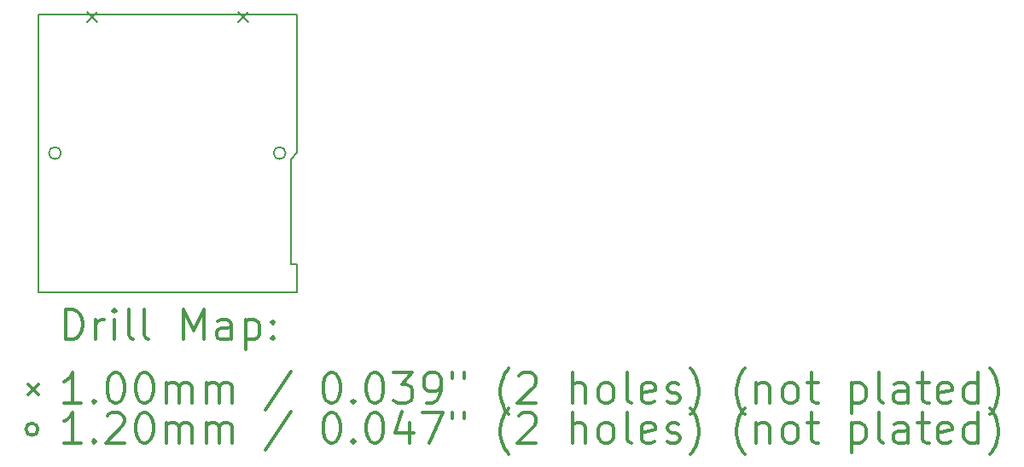
<source format=gbr>
%FSLAX45Y45*%
G04 Gerber Fmt 4.5, Leading zero omitted, Abs format (unit mm)*
G04 Created by KiCad (PCBNEW 4.0.5+dfsg1-4) date Thu Nov  2 15:49:50 2017*
%MOMM*%
%LPD*%
G01*
G04 APERTURE LIST*
%ADD10C,0.127000*%
%ADD11C,0.150000*%
%ADD12C,0.200000*%
%ADD13C,0.300000*%
G04 APERTURE END LIST*
D10*
D11*
X9660000Y-5879020D02*
X9660000Y-8640000D01*
X12220320Y-5879020D02*
X9660000Y-5879020D01*
X12220320Y-7250620D02*
X12220320Y-5879020D01*
X12159360Y-7319200D02*
X12220320Y-7250620D01*
X12159360Y-8360600D02*
X12159360Y-7319200D01*
X12220320Y-8360600D02*
X12159360Y-8360600D01*
X12220320Y-8640000D02*
X12220320Y-8360600D01*
X9660000Y-8640000D02*
X12220320Y-8640000D01*
D12*
X10140000Y-5860000D02*
X10240000Y-5960000D01*
X10240000Y-5860000D02*
X10140000Y-5960000D01*
X11640000Y-5860000D02*
X11740000Y-5960000D01*
X11740000Y-5860000D02*
X11640000Y-5960000D01*
X9880000Y-7260000D02*
G75*
G03X9880000Y-7260000I-60000J0D01*
G01*
X12110000Y-7260000D02*
G75*
G03X12110000Y-7260000I-60000J0D01*
G01*
D13*
X9923929Y-9113214D02*
X9923929Y-8813214D01*
X9995357Y-8813214D01*
X10038214Y-8827500D01*
X10066786Y-8856072D01*
X10081071Y-8884643D01*
X10095357Y-8941786D01*
X10095357Y-8984643D01*
X10081071Y-9041786D01*
X10066786Y-9070357D01*
X10038214Y-9098929D01*
X9995357Y-9113214D01*
X9923929Y-9113214D01*
X10223929Y-9113214D02*
X10223929Y-8913214D01*
X10223929Y-8970357D02*
X10238214Y-8941786D01*
X10252500Y-8927500D01*
X10281071Y-8913214D01*
X10309643Y-8913214D01*
X10409643Y-9113214D02*
X10409643Y-8913214D01*
X10409643Y-8813214D02*
X10395357Y-8827500D01*
X10409643Y-8841786D01*
X10423929Y-8827500D01*
X10409643Y-8813214D01*
X10409643Y-8841786D01*
X10595357Y-9113214D02*
X10566786Y-9098929D01*
X10552500Y-9070357D01*
X10552500Y-8813214D01*
X10752500Y-9113214D02*
X10723929Y-9098929D01*
X10709643Y-9070357D01*
X10709643Y-8813214D01*
X11095357Y-9113214D02*
X11095357Y-8813214D01*
X11195357Y-9027500D01*
X11295357Y-8813214D01*
X11295357Y-9113214D01*
X11566786Y-9113214D02*
X11566786Y-8956072D01*
X11552500Y-8927500D01*
X11523928Y-8913214D01*
X11466786Y-8913214D01*
X11438214Y-8927500D01*
X11566786Y-9098929D02*
X11538214Y-9113214D01*
X11466786Y-9113214D01*
X11438214Y-9098929D01*
X11423928Y-9070357D01*
X11423928Y-9041786D01*
X11438214Y-9013214D01*
X11466786Y-8998929D01*
X11538214Y-8998929D01*
X11566786Y-8984643D01*
X11709643Y-8913214D02*
X11709643Y-9213214D01*
X11709643Y-8927500D02*
X11738214Y-8913214D01*
X11795357Y-8913214D01*
X11823928Y-8927500D01*
X11838214Y-8941786D01*
X11852500Y-8970357D01*
X11852500Y-9056072D01*
X11838214Y-9084643D01*
X11823928Y-9098929D01*
X11795357Y-9113214D01*
X11738214Y-9113214D01*
X11709643Y-9098929D01*
X11981071Y-9084643D02*
X11995357Y-9098929D01*
X11981071Y-9113214D01*
X11966786Y-9098929D01*
X11981071Y-9084643D01*
X11981071Y-9113214D01*
X11981071Y-8927500D02*
X11995357Y-8941786D01*
X11981071Y-8956072D01*
X11966786Y-8941786D01*
X11981071Y-8927500D01*
X11981071Y-8956072D01*
X9552500Y-9557500D02*
X9652500Y-9657500D01*
X9652500Y-9557500D02*
X9552500Y-9657500D01*
X10081071Y-9743214D02*
X9909643Y-9743214D01*
X9995357Y-9743214D02*
X9995357Y-9443214D01*
X9966786Y-9486072D01*
X9938214Y-9514643D01*
X9909643Y-9528929D01*
X10209643Y-9714643D02*
X10223929Y-9728929D01*
X10209643Y-9743214D01*
X10195357Y-9728929D01*
X10209643Y-9714643D01*
X10209643Y-9743214D01*
X10409643Y-9443214D02*
X10438214Y-9443214D01*
X10466786Y-9457500D01*
X10481071Y-9471786D01*
X10495357Y-9500357D01*
X10509643Y-9557500D01*
X10509643Y-9628929D01*
X10495357Y-9686072D01*
X10481071Y-9714643D01*
X10466786Y-9728929D01*
X10438214Y-9743214D01*
X10409643Y-9743214D01*
X10381071Y-9728929D01*
X10366786Y-9714643D01*
X10352500Y-9686072D01*
X10338214Y-9628929D01*
X10338214Y-9557500D01*
X10352500Y-9500357D01*
X10366786Y-9471786D01*
X10381071Y-9457500D01*
X10409643Y-9443214D01*
X10695357Y-9443214D02*
X10723929Y-9443214D01*
X10752500Y-9457500D01*
X10766786Y-9471786D01*
X10781071Y-9500357D01*
X10795357Y-9557500D01*
X10795357Y-9628929D01*
X10781071Y-9686072D01*
X10766786Y-9714643D01*
X10752500Y-9728929D01*
X10723929Y-9743214D01*
X10695357Y-9743214D01*
X10666786Y-9728929D01*
X10652500Y-9714643D01*
X10638214Y-9686072D01*
X10623929Y-9628929D01*
X10623929Y-9557500D01*
X10638214Y-9500357D01*
X10652500Y-9471786D01*
X10666786Y-9457500D01*
X10695357Y-9443214D01*
X10923929Y-9743214D02*
X10923929Y-9543214D01*
X10923929Y-9571786D02*
X10938214Y-9557500D01*
X10966786Y-9543214D01*
X11009643Y-9543214D01*
X11038214Y-9557500D01*
X11052500Y-9586072D01*
X11052500Y-9743214D01*
X11052500Y-9586072D02*
X11066786Y-9557500D01*
X11095357Y-9543214D01*
X11138214Y-9543214D01*
X11166786Y-9557500D01*
X11181071Y-9586072D01*
X11181071Y-9743214D01*
X11323928Y-9743214D02*
X11323928Y-9543214D01*
X11323928Y-9571786D02*
X11338214Y-9557500D01*
X11366786Y-9543214D01*
X11409643Y-9543214D01*
X11438214Y-9557500D01*
X11452500Y-9586072D01*
X11452500Y-9743214D01*
X11452500Y-9586072D02*
X11466786Y-9557500D01*
X11495357Y-9543214D01*
X11538214Y-9543214D01*
X11566786Y-9557500D01*
X11581071Y-9586072D01*
X11581071Y-9743214D01*
X12166786Y-9428929D02*
X11909643Y-9814643D01*
X12552500Y-9443214D02*
X12581071Y-9443214D01*
X12609643Y-9457500D01*
X12623928Y-9471786D01*
X12638214Y-9500357D01*
X12652500Y-9557500D01*
X12652500Y-9628929D01*
X12638214Y-9686072D01*
X12623928Y-9714643D01*
X12609643Y-9728929D01*
X12581071Y-9743214D01*
X12552500Y-9743214D01*
X12523928Y-9728929D01*
X12509643Y-9714643D01*
X12495357Y-9686072D01*
X12481071Y-9628929D01*
X12481071Y-9557500D01*
X12495357Y-9500357D01*
X12509643Y-9471786D01*
X12523928Y-9457500D01*
X12552500Y-9443214D01*
X12781071Y-9714643D02*
X12795357Y-9728929D01*
X12781071Y-9743214D01*
X12766786Y-9728929D01*
X12781071Y-9714643D01*
X12781071Y-9743214D01*
X12981071Y-9443214D02*
X13009643Y-9443214D01*
X13038214Y-9457500D01*
X13052500Y-9471786D01*
X13066785Y-9500357D01*
X13081071Y-9557500D01*
X13081071Y-9628929D01*
X13066785Y-9686072D01*
X13052500Y-9714643D01*
X13038214Y-9728929D01*
X13009643Y-9743214D01*
X12981071Y-9743214D01*
X12952500Y-9728929D01*
X12938214Y-9714643D01*
X12923928Y-9686072D01*
X12909643Y-9628929D01*
X12909643Y-9557500D01*
X12923928Y-9500357D01*
X12938214Y-9471786D01*
X12952500Y-9457500D01*
X12981071Y-9443214D01*
X13181071Y-9443214D02*
X13366785Y-9443214D01*
X13266785Y-9557500D01*
X13309643Y-9557500D01*
X13338214Y-9571786D01*
X13352500Y-9586072D01*
X13366785Y-9614643D01*
X13366785Y-9686072D01*
X13352500Y-9714643D01*
X13338214Y-9728929D01*
X13309643Y-9743214D01*
X13223928Y-9743214D01*
X13195357Y-9728929D01*
X13181071Y-9714643D01*
X13509643Y-9743214D02*
X13566785Y-9743214D01*
X13595357Y-9728929D01*
X13609643Y-9714643D01*
X13638214Y-9671786D01*
X13652500Y-9614643D01*
X13652500Y-9500357D01*
X13638214Y-9471786D01*
X13623928Y-9457500D01*
X13595357Y-9443214D01*
X13538214Y-9443214D01*
X13509643Y-9457500D01*
X13495357Y-9471786D01*
X13481071Y-9500357D01*
X13481071Y-9571786D01*
X13495357Y-9600357D01*
X13509643Y-9614643D01*
X13538214Y-9628929D01*
X13595357Y-9628929D01*
X13623928Y-9614643D01*
X13638214Y-9600357D01*
X13652500Y-9571786D01*
X13766786Y-9443214D02*
X13766786Y-9500357D01*
X13881071Y-9443214D02*
X13881071Y-9500357D01*
X14323928Y-9857500D02*
X14309643Y-9843214D01*
X14281071Y-9800357D01*
X14266785Y-9771786D01*
X14252500Y-9728929D01*
X14238214Y-9657500D01*
X14238214Y-9600357D01*
X14252500Y-9528929D01*
X14266785Y-9486072D01*
X14281071Y-9457500D01*
X14309643Y-9414643D01*
X14323928Y-9400357D01*
X14423928Y-9471786D02*
X14438214Y-9457500D01*
X14466785Y-9443214D01*
X14538214Y-9443214D01*
X14566785Y-9457500D01*
X14581071Y-9471786D01*
X14595357Y-9500357D01*
X14595357Y-9528929D01*
X14581071Y-9571786D01*
X14409643Y-9743214D01*
X14595357Y-9743214D01*
X14952500Y-9743214D02*
X14952500Y-9443214D01*
X15081071Y-9743214D02*
X15081071Y-9586072D01*
X15066785Y-9557500D01*
X15038214Y-9543214D01*
X14995357Y-9543214D01*
X14966785Y-9557500D01*
X14952500Y-9571786D01*
X15266785Y-9743214D02*
X15238214Y-9728929D01*
X15223928Y-9714643D01*
X15209643Y-9686072D01*
X15209643Y-9600357D01*
X15223928Y-9571786D01*
X15238214Y-9557500D01*
X15266785Y-9543214D01*
X15309643Y-9543214D01*
X15338214Y-9557500D01*
X15352500Y-9571786D01*
X15366785Y-9600357D01*
X15366785Y-9686072D01*
X15352500Y-9714643D01*
X15338214Y-9728929D01*
X15309643Y-9743214D01*
X15266785Y-9743214D01*
X15538214Y-9743214D02*
X15509643Y-9728929D01*
X15495357Y-9700357D01*
X15495357Y-9443214D01*
X15766786Y-9728929D02*
X15738214Y-9743214D01*
X15681071Y-9743214D01*
X15652500Y-9728929D01*
X15638214Y-9700357D01*
X15638214Y-9586072D01*
X15652500Y-9557500D01*
X15681071Y-9543214D01*
X15738214Y-9543214D01*
X15766786Y-9557500D01*
X15781071Y-9586072D01*
X15781071Y-9614643D01*
X15638214Y-9643214D01*
X15895357Y-9728929D02*
X15923928Y-9743214D01*
X15981071Y-9743214D01*
X16009643Y-9728929D01*
X16023928Y-9700357D01*
X16023928Y-9686072D01*
X16009643Y-9657500D01*
X15981071Y-9643214D01*
X15938214Y-9643214D01*
X15909643Y-9628929D01*
X15895357Y-9600357D01*
X15895357Y-9586072D01*
X15909643Y-9557500D01*
X15938214Y-9543214D01*
X15981071Y-9543214D01*
X16009643Y-9557500D01*
X16123928Y-9857500D02*
X16138214Y-9843214D01*
X16166786Y-9800357D01*
X16181071Y-9771786D01*
X16195357Y-9728929D01*
X16209643Y-9657500D01*
X16209643Y-9600357D01*
X16195357Y-9528929D01*
X16181071Y-9486072D01*
X16166786Y-9457500D01*
X16138214Y-9414643D01*
X16123928Y-9400357D01*
X16666786Y-9857500D02*
X16652500Y-9843214D01*
X16623928Y-9800357D01*
X16609643Y-9771786D01*
X16595357Y-9728929D01*
X16581071Y-9657500D01*
X16581071Y-9600357D01*
X16595357Y-9528929D01*
X16609643Y-9486072D01*
X16623928Y-9457500D01*
X16652500Y-9414643D01*
X16666786Y-9400357D01*
X16781071Y-9543214D02*
X16781071Y-9743214D01*
X16781071Y-9571786D02*
X16795357Y-9557500D01*
X16823928Y-9543214D01*
X16866786Y-9543214D01*
X16895357Y-9557500D01*
X16909643Y-9586072D01*
X16909643Y-9743214D01*
X17095357Y-9743214D02*
X17066786Y-9728929D01*
X17052500Y-9714643D01*
X17038214Y-9686072D01*
X17038214Y-9600357D01*
X17052500Y-9571786D01*
X17066786Y-9557500D01*
X17095357Y-9543214D01*
X17138214Y-9543214D01*
X17166786Y-9557500D01*
X17181071Y-9571786D01*
X17195357Y-9600357D01*
X17195357Y-9686072D01*
X17181071Y-9714643D01*
X17166786Y-9728929D01*
X17138214Y-9743214D01*
X17095357Y-9743214D01*
X17281071Y-9543214D02*
X17395357Y-9543214D01*
X17323929Y-9443214D02*
X17323929Y-9700357D01*
X17338214Y-9728929D01*
X17366786Y-9743214D01*
X17395357Y-9743214D01*
X17723929Y-9543214D02*
X17723929Y-9843214D01*
X17723929Y-9557500D02*
X17752500Y-9543214D01*
X17809643Y-9543214D01*
X17838214Y-9557500D01*
X17852500Y-9571786D01*
X17866786Y-9600357D01*
X17866786Y-9686072D01*
X17852500Y-9714643D01*
X17838214Y-9728929D01*
X17809643Y-9743214D01*
X17752500Y-9743214D01*
X17723929Y-9728929D01*
X18038214Y-9743214D02*
X18009643Y-9728929D01*
X17995357Y-9700357D01*
X17995357Y-9443214D01*
X18281071Y-9743214D02*
X18281071Y-9586072D01*
X18266786Y-9557500D01*
X18238214Y-9543214D01*
X18181071Y-9543214D01*
X18152500Y-9557500D01*
X18281071Y-9728929D02*
X18252500Y-9743214D01*
X18181071Y-9743214D01*
X18152500Y-9728929D01*
X18138214Y-9700357D01*
X18138214Y-9671786D01*
X18152500Y-9643214D01*
X18181071Y-9628929D01*
X18252500Y-9628929D01*
X18281071Y-9614643D01*
X18381071Y-9543214D02*
X18495357Y-9543214D01*
X18423929Y-9443214D02*
X18423929Y-9700357D01*
X18438214Y-9728929D01*
X18466786Y-9743214D01*
X18495357Y-9743214D01*
X18709643Y-9728929D02*
X18681072Y-9743214D01*
X18623929Y-9743214D01*
X18595357Y-9728929D01*
X18581072Y-9700357D01*
X18581072Y-9586072D01*
X18595357Y-9557500D01*
X18623929Y-9543214D01*
X18681072Y-9543214D01*
X18709643Y-9557500D01*
X18723929Y-9586072D01*
X18723929Y-9614643D01*
X18581072Y-9643214D01*
X18981072Y-9743214D02*
X18981072Y-9443214D01*
X18981072Y-9728929D02*
X18952500Y-9743214D01*
X18895357Y-9743214D01*
X18866786Y-9728929D01*
X18852500Y-9714643D01*
X18838214Y-9686072D01*
X18838214Y-9600357D01*
X18852500Y-9571786D01*
X18866786Y-9557500D01*
X18895357Y-9543214D01*
X18952500Y-9543214D01*
X18981072Y-9557500D01*
X19095357Y-9857500D02*
X19109643Y-9843214D01*
X19138214Y-9800357D01*
X19152500Y-9771786D01*
X19166786Y-9728929D01*
X19181072Y-9657500D01*
X19181072Y-9600357D01*
X19166786Y-9528929D01*
X19152500Y-9486072D01*
X19138214Y-9457500D01*
X19109643Y-9414643D01*
X19095357Y-9400357D01*
X9652500Y-10003500D02*
G75*
G03X9652500Y-10003500I-60000J0D01*
G01*
X10081071Y-10139214D02*
X9909643Y-10139214D01*
X9995357Y-10139214D02*
X9995357Y-9839214D01*
X9966786Y-9882072D01*
X9938214Y-9910643D01*
X9909643Y-9924929D01*
X10209643Y-10110643D02*
X10223929Y-10124929D01*
X10209643Y-10139214D01*
X10195357Y-10124929D01*
X10209643Y-10110643D01*
X10209643Y-10139214D01*
X10338214Y-9867786D02*
X10352500Y-9853500D01*
X10381071Y-9839214D01*
X10452500Y-9839214D01*
X10481071Y-9853500D01*
X10495357Y-9867786D01*
X10509643Y-9896357D01*
X10509643Y-9924929D01*
X10495357Y-9967786D01*
X10323928Y-10139214D01*
X10509643Y-10139214D01*
X10695357Y-9839214D02*
X10723929Y-9839214D01*
X10752500Y-9853500D01*
X10766786Y-9867786D01*
X10781071Y-9896357D01*
X10795357Y-9953500D01*
X10795357Y-10024929D01*
X10781071Y-10082072D01*
X10766786Y-10110643D01*
X10752500Y-10124929D01*
X10723929Y-10139214D01*
X10695357Y-10139214D01*
X10666786Y-10124929D01*
X10652500Y-10110643D01*
X10638214Y-10082072D01*
X10623929Y-10024929D01*
X10623929Y-9953500D01*
X10638214Y-9896357D01*
X10652500Y-9867786D01*
X10666786Y-9853500D01*
X10695357Y-9839214D01*
X10923929Y-10139214D02*
X10923929Y-9939214D01*
X10923929Y-9967786D02*
X10938214Y-9953500D01*
X10966786Y-9939214D01*
X11009643Y-9939214D01*
X11038214Y-9953500D01*
X11052500Y-9982072D01*
X11052500Y-10139214D01*
X11052500Y-9982072D02*
X11066786Y-9953500D01*
X11095357Y-9939214D01*
X11138214Y-9939214D01*
X11166786Y-9953500D01*
X11181071Y-9982072D01*
X11181071Y-10139214D01*
X11323928Y-10139214D02*
X11323928Y-9939214D01*
X11323928Y-9967786D02*
X11338214Y-9953500D01*
X11366786Y-9939214D01*
X11409643Y-9939214D01*
X11438214Y-9953500D01*
X11452500Y-9982072D01*
X11452500Y-10139214D01*
X11452500Y-9982072D02*
X11466786Y-9953500D01*
X11495357Y-9939214D01*
X11538214Y-9939214D01*
X11566786Y-9953500D01*
X11581071Y-9982072D01*
X11581071Y-10139214D01*
X12166786Y-9824929D02*
X11909643Y-10210643D01*
X12552500Y-9839214D02*
X12581071Y-9839214D01*
X12609643Y-9853500D01*
X12623928Y-9867786D01*
X12638214Y-9896357D01*
X12652500Y-9953500D01*
X12652500Y-10024929D01*
X12638214Y-10082072D01*
X12623928Y-10110643D01*
X12609643Y-10124929D01*
X12581071Y-10139214D01*
X12552500Y-10139214D01*
X12523928Y-10124929D01*
X12509643Y-10110643D01*
X12495357Y-10082072D01*
X12481071Y-10024929D01*
X12481071Y-9953500D01*
X12495357Y-9896357D01*
X12509643Y-9867786D01*
X12523928Y-9853500D01*
X12552500Y-9839214D01*
X12781071Y-10110643D02*
X12795357Y-10124929D01*
X12781071Y-10139214D01*
X12766786Y-10124929D01*
X12781071Y-10110643D01*
X12781071Y-10139214D01*
X12981071Y-9839214D02*
X13009643Y-9839214D01*
X13038214Y-9853500D01*
X13052500Y-9867786D01*
X13066785Y-9896357D01*
X13081071Y-9953500D01*
X13081071Y-10024929D01*
X13066785Y-10082072D01*
X13052500Y-10110643D01*
X13038214Y-10124929D01*
X13009643Y-10139214D01*
X12981071Y-10139214D01*
X12952500Y-10124929D01*
X12938214Y-10110643D01*
X12923928Y-10082072D01*
X12909643Y-10024929D01*
X12909643Y-9953500D01*
X12923928Y-9896357D01*
X12938214Y-9867786D01*
X12952500Y-9853500D01*
X12981071Y-9839214D01*
X13338214Y-9939214D02*
X13338214Y-10139214D01*
X13266785Y-9824929D02*
X13195357Y-10039214D01*
X13381071Y-10039214D01*
X13466785Y-9839214D02*
X13666785Y-9839214D01*
X13538214Y-10139214D01*
X13766786Y-9839214D02*
X13766786Y-9896357D01*
X13881071Y-9839214D02*
X13881071Y-9896357D01*
X14323928Y-10253500D02*
X14309643Y-10239214D01*
X14281071Y-10196357D01*
X14266785Y-10167786D01*
X14252500Y-10124929D01*
X14238214Y-10053500D01*
X14238214Y-9996357D01*
X14252500Y-9924929D01*
X14266785Y-9882072D01*
X14281071Y-9853500D01*
X14309643Y-9810643D01*
X14323928Y-9796357D01*
X14423928Y-9867786D02*
X14438214Y-9853500D01*
X14466785Y-9839214D01*
X14538214Y-9839214D01*
X14566785Y-9853500D01*
X14581071Y-9867786D01*
X14595357Y-9896357D01*
X14595357Y-9924929D01*
X14581071Y-9967786D01*
X14409643Y-10139214D01*
X14595357Y-10139214D01*
X14952500Y-10139214D02*
X14952500Y-9839214D01*
X15081071Y-10139214D02*
X15081071Y-9982072D01*
X15066785Y-9953500D01*
X15038214Y-9939214D01*
X14995357Y-9939214D01*
X14966785Y-9953500D01*
X14952500Y-9967786D01*
X15266785Y-10139214D02*
X15238214Y-10124929D01*
X15223928Y-10110643D01*
X15209643Y-10082072D01*
X15209643Y-9996357D01*
X15223928Y-9967786D01*
X15238214Y-9953500D01*
X15266785Y-9939214D01*
X15309643Y-9939214D01*
X15338214Y-9953500D01*
X15352500Y-9967786D01*
X15366785Y-9996357D01*
X15366785Y-10082072D01*
X15352500Y-10110643D01*
X15338214Y-10124929D01*
X15309643Y-10139214D01*
X15266785Y-10139214D01*
X15538214Y-10139214D02*
X15509643Y-10124929D01*
X15495357Y-10096357D01*
X15495357Y-9839214D01*
X15766786Y-10124929D02*
X15738214Y-10139214D01*
X15681071Y-10139214D01*
X15652500Y-10124929D01*
X15638214Y-10096357D01*
X15638214Y-9982072D01*
X15652500Y-9953500D01*
X15681071Y-9939214D01*
X15738214Y-9939214D01*
X15766786Y-9953500D01*
X15781071Y-9982072D01*
X15781071Y-10010643D01*
X15638214Y-10039214D01*
X15895357Y-10124929D02*
X15923928Y-10139214D01*
X15981071Y-10139214D01*
X16009643Y-10124929D01*
X16023928Y-10096357D01*
X16023928Y-10082072D01*
X16009643Y-10053500D01*
X15981071Y-10039214D01*
X15938214Y-10039214D01*
X15909643Y-10024929D01*
X15895357Y-9996357D01*
X15895357Y-9982072D01*
X15909643Y-9953500D01*
X15938214Y-9939214D01*
X15981071Y-9939214D01*
X16009643Y-9953500D01*
X16123928Y-10253500D02*
X16138214Y-10239214D01*
X16166786Y-10196357D01*
X16181071Y-10167786D01*
X16195357Y-10124929D01*
X16209643Y-10053500D01*
X16209643Y-9996357D01*
X16195357Y-9924929D01*
X16181071Y-9882072D01*
X16166786Y-9853500D01*
X16138214Y-9810643D01*
X16123928Y-9796357D01*
X16666786Y-10253500D02*
X16652500Y-10239214D01*
X16623928Y-10196357D01*
X16609643Y-10167786D01*
X16595357Y-10124929D01*
X16581071Y-10053500D01*
X16581071Y-9996357D01*
X16595357Y-9924929D01*
X16609643Y-9882072D01*
X16623928Y-9853500D01*
X16652500Y-9810643D01*
X16666786Y-9796357D01*
X16781071Y-9939214D02*
X16781071Y-10139214D01*
X16781071Y-9967786D02*
X16795357Y-9953500D01*
X16823928Y-9939214D01*
X16866786Y-9939214D01*
X16895357Y-9953500D01*
X16909643Y-9982072D01*
X16909643Y-10139214D01*
X17095357Y-10139214D02*
X17066786Y-10124929D01*
X17052500Y-10110643D01*
X17038214Y-10082072D01*
X17038214Y-9996357D01*
X17052500Y-9967786D01*
X17066786Y-9953500D01*
X17095357Y-9939214D01*
X17138214Y-9939214D01*
X17166786Y-9953500D01*
X17181071Y-9967786D01*
X17195357Y-9996357D01*
X17195357Y-10082072D01*
X17181071Y-10110643D01*
X17166786Y-10124929D01*
X17138214Y-10139214D01*
X17095357Y-10139214D01*
X17281071Y-9939214D02*
X17395357Y-9939214D01*
X17323929Y-9839214D02*
X17323929Y-10096357D01*
X17338214Y-10124929D01*
X17366786Y-10139214D01*
X17395357Y-10139214D01*
X17723929Y-9939214D02*
X17723929Y-10239214D01*
X17723929Y-9953500D02*
X17752500Y-9939214D01*
X17809643Y-9939214D01*
X17838214Y-9953500D01*
X17852500Y-9967786D01*
X17866786Y-9996357D01*
X17866786Y-10082072D01*
X17852500Y-10110643D01*
X17838214Y-10124929D01*
X17809643Y-10139214D01*
X17752500Y-10139214D01*
X17723929Y-10124929D01*
X18038214Y-10139214D02*
X18009643Y-10124929D01*
X17995357Y-10096357D01*
X17995357Y-9839214D01*
X18281071Y-10139214D02*
X18281071Y-9982072D01*
X18266786Y-9953500D01*
X18238214Y-9939214D01*
X18181071Y-9939214D01*
X18152500Y-9953500D01*
X18281071Y-10124929D02*
X18252500Y-10139214D01*
X18181071Y-10139214D01*
X18152500Y-10124929D01*
X18138214Y-10096357D01*
X18138214Y-10067786D01*
X18152500Y-10039214D01*
X18181071Y-10024929D01*
X18252500Y-10024929D01*
X18281071Y-10010643D01*
X18381071Y-9939214D02*
X18495357Y-9939214D01*
X18423929Y-9839214D02*
X18423929Y-10096357D01*
X18438214Y-10124929D01*
X18466786Y-10139214D01*
X18495357Y-10139214D01*
X18709643Y-10124929D02*
X18681072Y-10139214D01*
X18623929Y-10139214D01*
X18595357Y-10124929D01*
X18581072Y-10096357D01*
X18581072Y-9982072D01*
X18595357Y-9953500D01*
X18623929Y-9939214D01*
X18681072Y-9939214D01*
X18709643Y-9953500D01*
X18723929Y-9982072D01*
X18723929Y-10010643D01*
X18581072Y-10039214D01*
X18981072Y-10139214D02*
X18981072Y-9839214D01*
X18981072Y-10124929D02*
X18952500Y-10139214D01*
X18895357Y-10139214D01*
X18866786Y-10124929D01*
X18852500Y-10110643D01*
X18838214Y-10082072D01*
X18838214Y-9996357D01*
X18852500Y-9967786D01*
X18866786Y-9953500D01*
X18895357Y-9939214D01*
X18952500Y-9939214D01*
X18981072Y-9953500D01*
X19095357Y-10253500D02*
X19109643Y-10239214D01*
X19138214Y-10196357D01*
X19152500Y-10167786D01*
X19166786Y-10124929D01*
X19181072Y-10053500D01*
X19181072Y-9996357D01*
X19166786Y-9924929D01*
X19152500Y-9882072D01*
X19138214Y-9853500D01*
X19109643Y-9810643D01*
X19095357Y-9796357D01*
M02*

</source>
